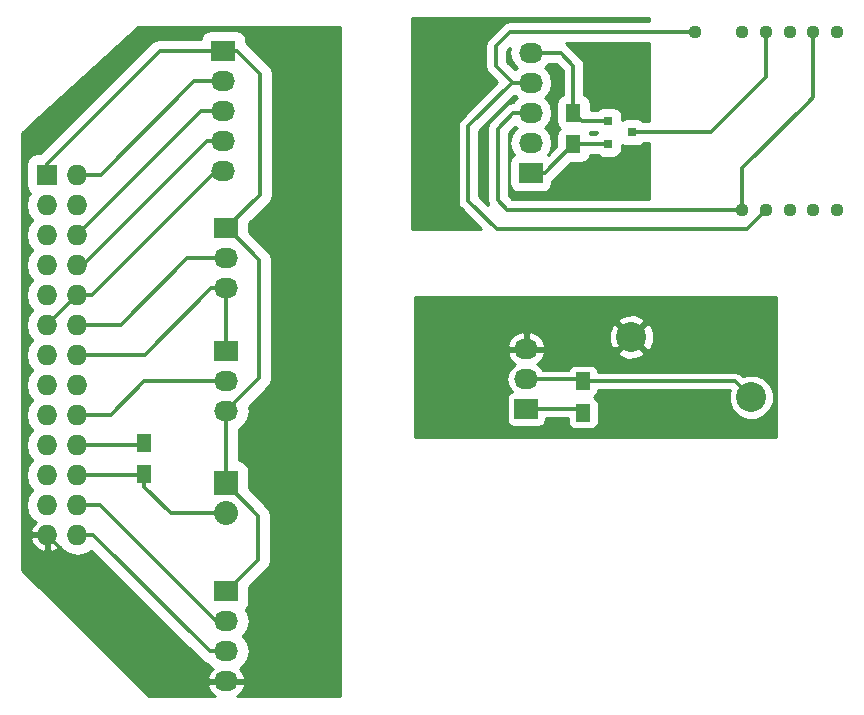
<source format=gbr>
G04 #@! TF.FileFunction,Copper,L1,Top,Signal*
%FSLAX46Y46*%
G04 Gerber Fmt 4.6, Leading zero omitted, Abs format (unit mm)*
G04 Created by KiCad (PCBNEW 4.0.2+dfsg1-stable) date Fri 11 Nov 2016 01:01:40 AM EST*
%MOMM*%
G01*
G04 APERTURE LIST*
%ADD10C,0.100000*%
%ADD11R,2.032000X1.727200*%
%ADD12O,2.032000X1.727200*%
%ADD13R,1.727200X1.727200*%
%ADD14O,1.727200X1.727200*%
%ADD15R,0.800100X0.800100*%
%ADD16R,1.300000X1.500000*%
%ADD17C,2.540000*%
%ADD18C,1.130000*%
%ADD19R,2.032000X2.032000*%
%ADD20O,2.032000X2.032000*%
%ADD21C,0.300000*%
%ADD22C,0.254000*%
G04 APERTURE END LIST*
D10*
D11*
X126809500Y-128841500D03*
D12*
X126809500Y-131381500D03*
X126809500Y-133921500D03*
X126809500Y-136461500D03*
D11*
X126809500Y-108521500D03*
D12*
X126809500Y-111061500D03*
X126809500Y-113601500D03*
D13*
X111671100Y-93573600D03*
D14*
X114211100Y-93573600D03*
X111671100Y-96113600D03*
X114211100Y-96113600D03*
X111671100Y-98653600D03*
X114211100Y-98653600D03*
X111671100Y-101193600D03*
X114211100Y-101193600D03*
X111671100Y-103733600D03*
X114211100Y-103733600D03*
X111671100Y-106273600D03*
X114211100Y-106273600D03*
X111671100Y-108813600D03*
X114211100Y-108813600D03*
X111671100Y-111353600D03*
X114211100Y-111353600D03*
X111671100Y-113893600D03*
X114211100Y-113893600D03*
X111671100Y-116433600D03*
X114211100Y-116433600D03*
X111671100Y-118973600D03*
X114211100Y-118973600D03*
X111671100Y-121513600D03*
X114211100Y-121513600D03*
X111671100Y-124053600D03*
X114211100Y-124053600D03*
D11*
X126555500Y-83121500D03*
D12*
X126555500Y-85661500D03*
X126555500Y-88201500D03*
X126555500Y-90741500D03*
X126555500Y-93281500D03*
D11*
X126809500Y-98107500D03*
D12*
X126809500Y-100647500D03*
X126809500Y-103187500D03*
D11*
X152590500Y-93408500D03*
D12*
X152590500Y-90868500D03*
X152590500Y-88328500D03*
X152590500Y-85788500D03*
X152590500Y-83248500D03*
D11*
X152209500Y-113411000D03*
D12*
X152209500Y-110871000D03*
X152209500Y-108331000D03*
D15*
X159146240Y-89029500D03*
X159146240Y-90929500D03*
X161145220Y-89979500D03*
D16*
X156210000Y-91012000D03*
X156210000Y-88312000D03*
X157035500Y-111045000D03*
X157035500Y-113745000D03*
D17*
X171259500Y-112395000D03*
X161099500Y-107315000D03*
D18*
X178514500Y-81518500D03*
X176514500Y-81518500D03*
X174514500Y-81518500D03*
X172514500Y-81518500D03*
X170514500Y-81518500D03*
X166514500Y-81518500D03*
X178514500Y-96518500D03*
X176514500Y-96518500D03*
X174514500Y-96518500D03*
X172514500Y-96518500D03*
X170514500Y-96518500D03*
D16*
X119888000Y-116252000D03*
X119888000Y-118952000D03*
D19*
X126809500Y-119697500D03*
D20*
X126809500Y-122237500D03*
D21*
X114211100Y-93573600D02*
X116166900Y-93573600D01*
X124079000Y-85661500D02*
X126555500Y-85661500D01*
X116166900Y-93573600D02*
X124079000Y-85661500D01*
X126809500Y-119697500D02*
X126809500Y-113601500D01*
X126809500Y-98107500D02*
X126936500Y-98107500D01*
X126936500Y-98107500D02*
X129603500Y-100774500D01*
X129603500Y-100774500D02*
X129603500Y-110807500D01*
X129603500Y-110807500D02*
X126809500Y-113601500D01*
X126809500Y-128841500D02*
X126873000Y-128841500D01*
X126873000Y-128841500D02*
X129540000Y-126174500D01*
X129540000Y-126174500D02*
X129540000Y-122428000D01*
X129540000Y-122428000D02*
X126809500Y-119697500D01*
X126555500Y-83121500D02*
X127762000Y-83121500D01*
X129667000Y-95250000D02*
X126809500Y-98107500D01*
X129667000Y-85026500D02*
X129667000Y-95250000D01*
X127762000Y-83121500D02*
X129667000Y-85026500D01*
X111671100Y-93573600D02*
X111671100Y-92671900D01*
X121221500Y-83121500D02*
X126555500Y-83121500D01*
X111671100Y-92671900D02*
X121221500Y-83121500D01*
X111671100Y-93573600D02*
X111671100Y-93052900D01*
X114211100Y-98653600D02*
X114211100Y-98640900D01*
X114211100Y-98640900D02*
X124650500Y-88201500D01*
X124650500Y-88201500D02*
X126555500Y-88201500D01*
X114211100Y-103733600D02*
X115468400Y-103733600D01*
X115468400Y-103733600D02*
X125920500Y-93281500D01*
X125920500Y-93281500D02*
X126555500Y-93281500D01*
X114211100Y-103733600D02*
X114960400Y-103733600D01*
X111671100Y-106273600D02*
X114211100Y-103733600D01*
X126809500Y-136461500D02*
X124079000Y-136461500D01*
X124079000Y-136461500D02*
X111671100Y-124053600D01*
X114211100Y-106273600D02*
X117881400Y-106273600D01*
X123507500Y-100647500D02*
X126809500Y-100647500D01*
X117881400Y-106273600D02*
X123507500Y-100647500D01*
X114211100Y-106273600D02*
X114655600Y-106273600D01*
X114211100Y-106273600D02*
X114401600Y-106273600D01*
X126809500Y-131381500D02*
X125984000Y-131381500D01*
X125984000Y-131381500D02*
X116116100Y-121513600D01*
X116116100Y-121513600D02*
X114211100Y-121513600D01*
X114211100Y-124053600D02*
X115544600Y-124053600D01*
X125412500Y-133921500D02*
X126809500Y-133921500D01*
X115544600Y-124053600D02*
X125412500Y-133921500D01*
X114211100Y-124053600D02*
X114211100Y-124117100D01*
X156210000Y-88312000D02*
X156210000Y-84328000D01*
X155130500Y-83248500D02*
X152590500Y-83248500D01*
X156210000Y-84328000D02*
X155130500Y-83248500D01*
X159146240Y-89029500D02*
X156927500Y-89029500D01*
X156927500Y-89029500D02*
X156210000Y-88312000D01*
X152590500Y-88328500D02*
X151130000Y-88328500D01*
X150620500Y-96518500D02*
X170514500Y-96518500D01*
X149796500Y-95694500D02*
X150620500Y-96518500D01*
X149796500Y-89662000D02*
X149796500Y-95694500D01*
X151130000Y-88328500D02*
X149796500Y-89662000D01*
X176514500Y-81518500D02*
X176514500Y-87010500D01*
X170514500Y-93010500D02*
X170514500Y-96518500D01*
X176514500Y-87010500D02*
X176149000Y-87376000D01*
X176149000Y-87376000D02*
X170514500Y-93010500D01*
X152590500Y-85788500D02*
X151066500Y-85788500D01*
X150828000Y-81518500D02*
X166514500Y-81518500D01*
X149669500Y-82677000D02*
X150828000Y-81518500D01*
X149669500Y-84391500D02*
X149669500Y-82677000D01*
X151066500Y-85788500D02*
X149669500Y-84391500D01*
X152590500Y-85788500D02*
X151003000Y-85788500D01*
X170862000Y-98171000D02*
X172514500Y-96518500D01*
X149733000Y-98171000D02*
X170862000Y-98171000D01*
X147320000Y-95758000D02*
X149733000Y-98171000D01*
X147320000Y-89471500D02*
X147320000Y-95758000D01*
X151003000Y-85788500D02*
X147320000Y-89471500D01*
X166497000Y-81536000D02*
X166514500Y-81518500D01*
X152209500Y-113411000D02*
X156701500Y-113411000D01*
X156701500Y-113411000D02*
X157035500Y-113745000D01*
X157035500Y-111045000D02*
X169909500Y-111045000D01*
X169909500Y-111045000D02*
X171259500Y-112395000D01*
X152209500Y-110871000D02*
X156861500Y-110871000D01*
X156861500Y-110871000D02*
X157035500Y-111045000D01*
X152209500Y-108331000D02*
X160083500Y-108331000D01*
X160083500Y-108331000D02*
X161099500Y-107315000D01*
X126809500Y-111061500D02*
X119888000Y-111061500D01*
X117055900Y-113893600D02*
X114211100Y-113893600D01*
X119888000Y-111061500D02*
X117055900Y-113893600D01*
X119888000Y-118952000D02*
X119888000Y-120015000D01*
X122110500Y-122237500D02*
X126809500Y-122237500D01*
X119888000Y-120015000D02*
X122110500Y-122237500D01*
X114211100Y-118973600D02*
X119866400Y-118973600D01*
X119866400Y-118973600D02*
X119888000Y-118952000D01*
X114486700Y-118698000D02*
X114211100Y-118973600D01*
X114211100Y-118973600D02*
X114401600Y-118973600D01*
X114211100Y-118973600D02*
X114211100Y-119037100D01*
X126809500Y-108521500D02*
X126809500Y-103187500D01*
X126809500Y-108521500D02*
X127444500Y-108521500D01*
X126809500Y-103187500D02*
X125539500Y-103187500D01*
X125539500Y-103187500D02*
X119913400Y-108813600D01*
X119913400Y-108813600D02*
X114211100Y-108813600D01*
X114211100Y-116433600D02*
X119706400Y-116433600D01*
X119706400Y-116433600D02*
X119888000Y-116252000D01*
X114211100Y-101193600D02*
X114706400Y-101193600D01*
X114706400Y-101193600D02*
X125158500Y-90741500D01*
X125158500Y-90741500D02*
X126555500Y-90741500D01*
X172514500Y-81518500D02*
X172514500Y-85295500D01*
X167830500Y-89979500D02*
X161145220Y-89979500D01*
X172514500Y-85295500D02*
X167830500Y-89979500D01*
X156210000Y-91012000D02*
X159063740Y-91012000D01*
X159063740Y-91012000D02*
X159146240Y-90929500D01*
X152590500Y-93408500D02*
X153813500Y-93408500D01*
X153813500Y-93408500D02*
X156210000Y-91012000D01*
D22*
G36*
X173343500Y-115749000D02*
X142759500Y-115749000D01*
X142759500Y-110871000D01*
X150526155Y-110871000D01*
X150640229Y-111444489D01*
X150965085Y-111930670D01*
X150979413Y-111940243D01*
X150958183Y-111944238D01*
X150742059Y-112083310D01*
X150597069Y-112295510D01*
X150546060Y-112547400D01*
X150546060Y-114274600D01*
X150590338Y-114509917D01*
X150729410Y-114726041D01*
X150941610Y-114871031D01*
X151193500Y-114922040D01*
X153225500Y-114922040D01*
X153460817Y-114877762D01*
X153676941Y-114738690D01*
X153821931Y-114526490D01*
X153872940Y-114274600D01*
X153872940Y-114196000D01*
X155738060Y-114196000D01*
X155738060Y-114495000D01*
X155782338Y-114730317D01*
X155921410Y-114946441D01*
X156133610Y-115091431D01*
X156385500Y-115142440D01*
X157685500Y-115142440D01*
X157920817Y-115098162D01*
X158136941Y-114959090D01*
X158281931Y-114746890D01*
X158332940Y-114495000D01*
X158332940Y-112995000D01*
X158288662Y-112759683D01*
X158149590Y-112543559D01*
X157937390Y-112398569D01*
X157924303Y-112395919D01*
X158136941Y-112259090D01*
X158281931Y-112046890D01*
X158325852Y-111830000D01*
X169431405Y-111830000D01*
X169354832Y-112014410D01*
X169354170Y-112772265D01*
X169643578Y-113472686D01*
X170178995Y-114009039D01*
X170878910Y-114299668D01*
X171636765Y-114300330D01*
X172337186Y-114010922D01*
X172873539Y-113475505D01*
X173164168Y-112775590D01*
X173164830Y-112017735D01*
X172875422Y-111317314D01*
X172340005Y-110780961D01*
X171640090Y-110490332D01*
X170882235Y-110489670D01*
X170586516Y-110611858D01*
X170464579Y-110489921D01*
X170209907Y-110319755D01*
X169909500Y-110260000D01*
X158326354Y-110260000D01*
X158288662Y-110059683D01*
X158149590Y-109843559D01*
X157937390Y-109698569D01*
X157685500Y-109647560D01*
X156385500Y-109647560D01*
X156150183Y-109691838D01*
X155934059Y-109830910D01*
X155789069Y-110043110D01*
X155780384Y-110086000D01*
X153637444Y-110086000D01*
X153453915Y-109811330D01*
X153144431Y-109604539D01*
X153560232Y-109233036D01*
X153814209Y-108705791D01*
X153816858Y-108690026D01*
X153802632Y-108662777D01*
X159931328Y-108662777D01*
X160063020Y-108957657D01*
X160770536Y-109229261D01*
X161528132Y-109209436D01*
X162135980Y-108957657D01*
X162267672Y-108662777D01*
X161099500Y-107494605D01*
X159931328Y-108662777D01*
X153802632Y-108662777D01*
X153695717Y-108458000D01*
X152336500Y-108458000D01*
X152336500Y-108478000D01*
X152082500Y-108478000D01*
X152082500Y-108458000D01*
X150723283Y-108458000D01*
X150602142Y-108690026D01*
X150604791Y-108705791D01*
X150858768Y-109233036D01*
X151274569Y-109604539D01*
X150965085Y-109811330D01*
X150640229Y-110297511D01*
X150526155Y-110871000D01*
X142759500Y-110871000D01*
X142759500Y-107971974D01*
X150602142Y-107971974D01*
X150723283Y-108204000D01*
X152082500Y-108204000D01*
X152082500Y-106990076D01*
X152336500Y-106990076D01*
X152336500Y-108204000D01*
X153695717Y-108204000D01*
X153816858Y-107971974D01*
X153814209Y-107956209D01*
X153560232Y-107428964D01*
X153123820Y-107039046D01*
X152972275Y-106986036D01*
X159185239Y-106986036D01*
X159205064Y-107743632D01*
X159456843Y-108351480D01*
X159751723Y-108483172D01*
X160919895Y-107315000D01*
X161279105Y-107315000D01*
X162447277Y-108483172D01*
X162742157Y-108351480D01*
X163013761Y-107643964D01*
X162993936Y-106886368D01*
X162742157Y-106278520D01*
X162447277Y-106146828D01*
X161279105Y-107315000D01*
X160919895Y-107315000D01*
X159751723Y-106146828D01*
X159456843Y-106278520D01*
X159185239Y-106986036D01*
X152972275Y-106986036D01*
X152571413Y-106845816D01*
X152336500Y-106990076D01*
X152082500Y-106990076D01*
X151847587Y-106845816D01*
X151295180Y-107039046D01*
X150858768Y-107428964D01*
X150604791Y-107956209D01*
X150602142Y-107971974D01*
X142759500Y-107971974D01*
X142759500Y-105967223D01*
X159931328Y-105967223D01*
X161099500Y-107135395D01*
X162267672Y-105967223D01*
X162135980Y-105672343D01*
X161428464Y-105400739D01*
X160670868Y-105420564D01*
X160063020Y-105672343D01*
X159931328Y-105967223D01*
X142759500Y-105967223D01*
X142759500Y-103961000D01*
X173343500Y-103961000D01*
X173343500Y-115749000D01*
X173343500Y-115749000D01*
G37*
X173343500Y-115749000D02*
X142759500Y-115749000D01*
X142759500Y-110871000D01*
X150526155Y-110871000D01*
X150640229Y-111444489D01*
X150965085Y-111930670D01*
X150979413Y-111940243D01*
X150958183Y-111944238D01*
X150742059Y-112083310D01*
X150597069Y-112295510D01*
X150546060Y-112547400D01*
X150546060Y-114274600D01*
X150590338Y-114509917D01*
X150729410Y-114726041D01*
X150941610Y-114871031D01*
X151193500Y-114922040D01*
X153225500Y-114922040D01*
X153460817Y-114877762D01*
X153676941Y-114738690D01*
X153821931Y-114526490D01*
X153872940Y-114274600D01*
X153872940Y-114196000D01*
X155738060Y-114196000D01*
X155738060Y-114495000D01*
X155782338Y-114730317D01*
X155921410Y-114946441D01*
X156133610Y-115091431D01*
X156385500Y-115142440D01*
X157685500Y-115142440D01*
X157920817Y-115098162D01*
X158136941Y-114959090D01*
X158281931Y-114746890D01*
X158332940Y-114495000D01*
X158332940Y-112995000D01*
X158288662Y-112759683D01*
X158149590Y-112543559D01*
X157937390Y-112398569D01*
X157924303Y-112395919D01*
X158136941Y-112259090D01*
X158281931Y-112046890D01*
X158325852Y-111830000D01*
X169431405Y-111830000D01*
X169354832Y-112014410D01*
X169354170Y-112772265D01*
X169643578Y-113472686D01*
X170178995Y-114009039D01*
X170878910Y-114299668D01*
X171636765Y-114300330D01*
X172337186Y-114010922D01*
X172873539Y-113475505D01*
X173164168Y-112775590D01*
X173164830Y-112017735D01*
X172875422Y-111317314D01*
X172340005Y-110780961D01*
X171640090Y-110490332D01*
X170882235Y-110489670D01*
X170586516Y-110611858D01*
X170464579Y-110489921D01*
X170209907Y-110319755D01*
X169909500Y-110260000D01*
X158326354Y-110260000D01*
X158288662Y-110059683D01*
X158149590Y-109843559D01*
X157937390Y-109698569D01*
X157685500Y-109647560D01*
X156385500Y-109647560D01*
X156150183Y-109691838D01*
X155934059Y-109830910D01*
X155789069Y-110043110D01*
X155780384Y-110086000D01*
X153637444Y-110086000D01*
X153453915Y-109811330D01*
X153144431Y-109604539D01*
X153560232Y-109233036D01*
X153814209Y-108705791D01*
X153816858Y-108690026D01*
X153802632Y-108662777D01*
X159931328Y-108662777D01*
X160063020Y-108957657D01*
X160770536Y-109229261D01*
X161528132Y-109209436D01*
X162135980Y-108957657D01*
X162267672Y-108662777D01*
X161099500Y-107494605D01*
X159931328Y-108662777D01*
X153802632Y-108662777D01*
X153695717Y-108458000D01*
X152336500Y-108458000D01*
X152336500Y-108478000D01*
X152082500Y-108478000D01*
X152082500Y-108458000D01*
X150723283Y-108458000D01*
X150602142Y-108690026D01*
X150604791Y-108705791D01*
X150858768Y-109233036D01*
X151274569Y-109604539D01*
X150965085Y-109811330D01*
X150640229Y-110297511D01*
X150526155Y-110871000D01*
X142759500Y-110871000D01*
X142759500Y-107971974D01*
X150602142Y-107971974D01*
X150723283Y-108204000D01*
X152082500Y-108204000D01*
X152082500Y-106990076D01*
X152336500Y-106990076D01*
X152336500Y-108204000D01*
X153695717Y-108204000D01*
X153816858Y-107971974D01*
X153814209Y-107956209D01*
X153560232Y-107428964D01*
X153123820Y-107039046D01*
X152972275Y-106986036D01*
X159185239Y-106986036D01*
X159205064Y-107743632D01*
X159456843Y-108351480D01*
X159751723Y-108483172D01*
X160919895Y-107315000D01*
X161279105Y-107315000D01*
X162447277Y-108483172D01*
X162742157Y-108351480D01*
X163013761Y-107643964D01*
X162993936Y-106886368D01*
X162742157Y-106278520D01*
X162447277Y-106146828D01*
X161279105Y-107315000D01*
X160919895Y-107315000D01*
X159751723Y-106146828D01*
X159456843Y-106278520D01*
X159185239Y-106986036D01*
X152972275Y-106986036D01*
X152571413Y-106845816D01*
X152336500Y-106990076D01*
X152082500Y-106990076D01*
X151847587Y-106845816D01*
X151295180Y-107039046D01*
X150858768Y-107428964D01*
X150604791Y-107956209D01*
X150602142Y-107971974D01*
X142759500Y-107971974D01*
X142759500Y-105967223D01*
X159931328Y-105967223D01*
X161099500Y-107135395D01*
X162267672Y-105967223D01*
X162135980Y-105672343D01*
X161428464Y-105400739D01*
X160670868Y-105420564D01*
X160063020Y-105672343D01*
X159931328Y-105967223D01*
X142759500Y-105967223D01*
X142759500Y-103961000D01*
X173343500Y-103961000D01*
X173343500Y-115749000D01*
G36*
X136475500Y-137745500D02*
X127732722Y-137745500D01*
X128160232Y-137363536D01*
X128414209Y-136836291D01*
X128416858Y-136820526D01*
X128295717Y-136588500D01*
X126936500Y-136588500D01*
X126936500Y-136608500D01*
X126682500Y-136608500D01*
X126682500Y-136588500D01*
X125323283Y-136588500D01*
X125202142Y-136820526D01*
X125204791Y-136836291D01*
X125458768Y-137363536D01*
X125886278Y-137745500D01*
X120239542Y-137745500D01*
X109579987Y-127085945D01*
X109523500Y-127024806D01*
X109523500Y-124412626D01*
X110216142Y-124412626D01*
X110388412Y-124828547D01*
X110782610Y-125260421D01*
X111312073Y-125508568D01*
X111544100Y-125388069D01*
X111544100Y-124180600D01*
X110337283Y-124180600D01*
X110216142Y-124412626D01*
X109523500Y-124412626D01*
X109523500Y-96113600D01*
X109845420Y-96113600D01*
X109981721Y-96798833D01*
X110369875Y-97379745D01*
X110375644Y-97383600D01*
X110369875Y-97387455D01*
X109981721Y-97968367D01*
X109845420Y-98653600D01*
X109981721Y-99338833D01*
X110369875Y-99919745D01*
X110375644Y-99923600D01*
X110369875Y-99927455D01*
X109981721Y-100508367D01*
X109845420Y-101193600D01*
X109981721Y-101878833D01*
X110369875Y-102459745D01*
X110375644Y-102463600D01*
X110369875Y-102467455D01*
X109981721Y-103048367D01*
X109845420Y-103733600D01*
X109981721Y-104418833D01*
X110369875Y-104999745D01*
X110375644Y-105003600D01*
X110369875Y-105007455D01*
X109981721Y-105588367D01*
X109845420Y-106273600D01*
X109981721Y-106958833D01*
X110369875Y-107539745D01*
X110375644Y-107543600D01*
X110369875Y-107547455D01*
X109981721Y-108128367D01*
X109845420Y-108813600D01*
X109981721Y-109498833D01*
X110369875Y-110079745D01*
X110375644Y-110083600D01*
X110369875Y-110087455D01*
X109981721Y-110668367D01*
X109845420Y-111353600D01*
X109981721Y-112038833D01*
X110369875Y-112619745D01*
X110375644Y-112623600D01*
X110369875Y-112627455D01*
X109981721Y-113208367D01*
X109845420Y-113893600D01*
X109981721Y-114578833D01*
X110369875Y-115159745D01*
X110375644Y-115163600D01*
X110369875Y-115167455D01*
X109981721Y-115748367D01*
X109845420Y-116433600D01*
X109981721Y-117118833D01*
X110369875Y-117699745D01*
X110375644Y-117703600D01*
X110369875Y-117707455D01*
X109981721Y-118288367D01*
X109845420Y-118973600D01*
X109981721Y-119658833D01*
X110369875Y-120239745D01*
X110375644Y-120243600D01*
X110369875Y-120247455D01*
X109981721Y-120828367D01*
X109845420Y-121513600D01*
X109981721Y-122198833D01*
X110369875Y-122779745D01*
X110664256Y-122976445D01*
X110388412Y-123278653D01*
X110216142Y-123694574D01*
X110337283Y-123926600D01*
X111544100Y-123926600D01*
X111544100Y-123906600D01*
X111798100Y-123906600D01*
X111798100Y-123926600D01*
X111818100Y-123926600D01*
X111818100Y-124180600D01*
X111798100Y-124180600D01*
X111798100Y-125388069D01*
X112030127Y-125508568D01*
X112559590Y-125260421D01*
X112738942Y-125063927D01*
X112909875Y-125319745D01*
X113490787Y-125707899D01*
X114176020Y-125844200D01*
X114246180Y-125844200D01*
X114931413Y-125707899D01*
X115377635Y-125409743D01*
X124650946Y-134683054D01*
X125000350Y-134916518D01*
X125197996Y-134955832D01*
X125352889Y-135187645D01*
X125651560Y-135387211D01*
X125458768Y-135559464D01*
X125204791Y-136086709D01*
X125202142Y-136102474D01*
X125323283Y-136334500D01*
X126682500Y-136334500D01*
X126682500Y-136314500D01*
X126936500Y-136314500D01*
X126936500Y-136334500D01*
X128295717Y-136334500D01*
X128416858Y-136102474D01*
X128414209Y-136086709D01*
X128160232Y-135559464D01*
X127967440Y-135387211D01*
X128266111Y-135187645D01*
X128654265Y-134606733D01*
X128790566Y-133921500D01*
X128654265Y-133236267D01*
X128266111Y-132655355D01*
X128260342Y-132651500D01*
X128266111Y-132647645D01*
X128654265Y-132066733D01*
X128790566Y-131381500D01*
X128654265Y-130696267D01*
X128456662Y-130400534D01*
X128484533Y-130382599D01*
X128696196Y-130072821D01*
X128770661Y-129705100D01*
X128770661Y-128466947D01*
X130301554Y-126936054D01*
X130535018Y-126586650D01*
X130617000Y-126174500D01*
X130617000Y-122428000D01*
X130535018Y-122015850D01*
X130301554Y-121666446D01*
X128770661Y-120135553D01*
X128770661Y-118681500D01*
X128706022Y-118337974D01*
X128502999Y-118022467D01*
X128193221Y-117810804D01*
X127886500Y-117748692D01*
X127886500Y-115121294D01*
X128266111Y-114867645D01*
X128654265Y-114286733D01*
X128790566Y-113601500D01*
X128714586Y-113219522D01*
X130365054Y-111569054D01*
X130598518Y-111219650D01*
X130680500Y-110807500D01*
X130680500Y-100774500D01*
X130598518Y-100362350D01*
X130365054Y-100012946D01*
X128770661Y-98418553D01*
X128770661Y-97669447D01*
X130428554Y-96011554D01*
X130662018Y-95662150D01*
X130744000Y-95250000D01*
X130744000Y-85026500D01*
X130662018Y-84614350D01*
X130428554Y-84264946D01*
X128523554Y-82359946D01*
X128516661Y-82355340D01*
X128516661Y-82257900D01*
X128452022Y-81914374D01*
X128248999Y-81598867D01*
X127939221Y-81387204D01*
X127571500Y-81312739D01*
X125539500Y-81312739D01*
X125195974Y-81377378D01*
X124880467Y-81580401D01*
X124668804Y-81890179D01*
X124637553Y-82044500D01*
X121221500Y-82044500D01*
X120809350Y-82126482D01*
X120459946Y-82359946D01*
X111055053Y-91764839D01*
X110807500Y-91764839D01*
X110463974Y-91829478D01*
X110148467Y-92032501D01*
X109936804Y-92342279D01*
X109862339Y-92710000D01*
X109862339Y-94437200D01*
X109926978Y-94780726D01*
X110130001Y-95096233D01*
X110180563Y-95130780D01*
X109981721Y-95428367D01*
X109845420Y-96113600D01*
X109523500Y-96113600D01*
X109523500Y-90077042D01*
X110858662Y-88741880D01*
X119321549Y-81075500D01*
X136475500Y-81075500D01*
X136475500Y-137745500D01*
X136475500Y-137745500D01*
G37*
X136475500Y-137745500D02*
X127732722Y-137745500D01*
X128160232Y-137363536D01*
X128414209Y-136836291D01*
X128416858Y-136820526D01*
X128295717Y-136588500D01*
X126936500Y-136588500D01*
X126936500Y-136608500D01*
X126682500Y-136608500D01*
X126682500Y-136588500D01*
X125323283Y-136588500D01*
X125202142Y-136820526D01*
X125204791Y-136836291D01*
X125458768Y-137363536D01*
X125886278Y-137745500D01*
X120239542Y-137745500D01*
X109579987Y-127085945D01*
X109523500Y-127024806D01*
X109523500Y-124412626D01*
X110216142Y-124412626D01*
X110388412Y-124828547D01*
X110782610Y-125260421D01*
X111312073Y-125508568D01*
X111544100Y-125388069D01*
X111544100Y-124180600D01*
X110337283Y-124180600D01*
X110216142Y-124412626D01*
X109523500Y-124412626D01*
X109523500Y-96113600D01*
X109845420Y-96113600D01*
X109981721Y-96798833D01*
X110369875Y-97379745D01*
X110375644Y-97383600D01*
X110369875Y-97387455D01*
X109981721Y-97968367D01*
X109845420Y-98653600D01*
X109981721Y-99338833D01*
X110369875Y-99919745D01*
X110375644Y-99923600D01*
X110369875Y-99927455D01*
X109981721Y-100508367D01*
X109845420Y-101193600D01*
X109981721Y-101878833D01*
X110369875Y-102459745D01*
X110375644Y-102463600D01*
X110369875Y-102467455D01*
X109981721Y-103048367D01*
X109845420Y-103733600D01*
X109981721Y-104418833D01*
X110369875Y-104999745D01*
X110375644Y-105003600D01*
X110369875Y-105007455D01*
X109981721Y-105588367D01*
X109845420Y-106273600D01*
X109981721Y-106958833D01*
X110369875Y-107539745D01*
X110375644Y-107543600D01*
X110369875Y-107547455D01*
X109981721Y-108128367D01*
X109845420Y-108813600D01*
X109981721Y-109498833D01*
X110369875Y-110079745D01*
X110375644Y-110083600D01*
X110369875Y-110087455D01*
X109981721Y-110668367D01*
X109845420Y-111353600D01*
X109981721Y-112038833D01*
X110369875Y-112619745D01*
X110375644Y-112623600D01*
X110369875Y-112627455D01*
X109981721Y-113208367D01*
X109845420Y-113893600D01*
X109981721Y-114578833D01*
X110369875Y-115159745D01*
X110375644Y-115163600D01*
X110369875Y-115167455D01*
X109981721Y-115748367D01*
X109845420Y-116433600D01*
X109981721Y-117118833D01*
X110369875Y-117699745D01*
X110375644Y-117703600D01*
X110369875Y-117707455D01*
X109981721Y-118288367D01*
X109845420Y-118973600D01*
X109981721Y-119658833D01*
X110369875Y-120239745D01*
X110375644Y-120243600D01*
X110369875Y-120247455D01*
X109981721Y-120828367D01*
X109845420Y-121513600D01*
X109981721Y-122198833D01*
X110369875Y-122779745D01*
X110664256Y-122976445D01*
X110388412Y-123278653D01*
X110216142Y-123694574D01*
X110337283Y-123926600D01*
X111544100Y-123926600D01*
X111544100Y-123906600D01*
X111798100Y-123906600D01*
X111798100Y-123926600D01*
X111818100Y-123926600D01*
X111818100Y-124180600D01*
X111798100Y-124180600D01*
X111798100Y-125388069D01*
X112030127Y-125508568D01*
X112559590Y-125260421D01*
X112738942Y-125063927D01*
X112909875Y-125319745D01*
X113490787Y-125707899D01*
X114176020Y-125844200D01*
X114246180Y-125844200D01*
X114931413Y-125707899D01*
X115377635Y-125409743D01*
X124650946Y-134683054D01*
X125000350Y-134916518D01*
X125197996Y-134955832D01*
X125352889Y-135187645D01*
X125651560Y-135387211D01*
X125458768Y-135559464D01*
X125204791Y-136086709D01*
X125202142Y-136102474D01*
X125323283Y-136334500D01*
X126682500Y-136334500D01*
X126682500Y-136314500D01*
X126936500Y-136314500D01*
X126936500Y-136334500D01*
X128295717Y-136334500D01*
X128416858Y-136102474D01*
X128414209Y-136086709D01*
X128160232Y-135559464D01*
X127967440Y-135387211D01*
X128266111Y-135187645D01*
X128654265Y-134606733D01*
X128790566Y-133921500D01*
X128654265Y-133236267D01*
X128266111Y-132655355D01*
X128260342Y-132651500D01*
X128266111Y-132647645D01*
X128654265Y-132066733D01*
X128790566Y-131381500D01*
X128654265Y-130696267D01*
X128456662Y-130400534D01*
X128484533Y-130382599D01*
X128696196Y-130072821D01*
X128770661Y-129705100D01*
X128770661Y-128466947D01*
X130301554Y-126936054D01*
X130535018Y-126586650D01*
X130617000Y-126174500D01*
X130617000Y-122428000D01*
X130535018Y-122015850D01*
X130301554Y-121666446D01*
X128770661Y-120135553D01*
X128770661Y-118681500D01*
X128706022Y-118337974D01*
X128502999Y-118022467D01*
X128193221Y-117810804D01*
X127886500Y-117748692D01*
X127886500Y-115121294D01*
X128266111Y-114867645D01*
X128654265Y-114286733D01*
X128790566Y-113601500D01*
X128714586Y-113219522D01*
X130365054Y-111569054D01*
X130598518Y-111219650D01*
X130680500Y-110807500D01*
X130680500Y-100774500D01*
X130598518Y-100362350D01*
X130365054Y-100012946D01*
X128770661Y-98418553D01*
X128770661Y-97669447D01*
X130428554Y-96011554D01*
X130662018Y-95662150D01*
X130744000Y-95250000D01*
X130744000Y-85026500D01*
X130662018Y-84614350D01*
X130428554Y-84264946D01*
X128523554Y-82359946D01*
X128516661Y-82355340D01*
X128516661Y-82257900D01*
X128452022Y-81914374D01*
X128248999Y-81598867D01*
X127939221Y-81387204D01*
X127571500Y-81312739D01*
X125539500Y-81312739D01*
X125195974Y-81377378D01*
X124880467Y-81580401D01*
X124668804Y-81890179D01*
X124637553Y-82044500D01*
X121221500Y-82044500D01*
X120809350Y-82126482D01*
X120459946Y-82359946D01*
X111055053Y-91764839D01*
X110807500Y-91764839D01*
X110463974Y-91829478D01*
X110148467Y-92032501D01*
X109936804Y-92342279D01*
X109862339Y-92710000D01*
X109862339Y-94437200D01*
X109926978Y-94780726D01*
X110130001Y-95096233D01*
X110180563Y-95130780D01*
X109981721Y-95428367D01*
X109845420Y-96113600D01*
X109523500Y-96113600D01*
X109523500Y-90077042D01*
X110858662Y-88741880D01*
X119321549Y-81075500D01*
X136475500Y-81075500D01*
X136475500Y-137745500D01*
G36*
X162623500Y-80591500D02*
X150828000Y-80591500D01*
X150473252Y-80662064D01*
X150176054Y-80860645D01*
X150172512Y-80863012D01*
X149014012Y-82021512D01*
X148813064Y-82322252D01*
X148742500Y-82677000D01*
X148742500Y-84391500D01*
X148813064Y-84746248D01*
X148971583Y-84983488D01*
X149014012Y-85046988D01*
X149723774Y-85756750D01*
X146664512Y-88816012D01*
X146463564Y-89116752D01*
X146393000Y-89471500D01*
X146393000Y-95758000D01*
X146463564Y-96112748D01*
X146622083Y-96349988D01*
X146664512Y-96413488D01*
X148395524Y-98144500D01*
X142557500Y-98144500D01*
X142557500Y-80290500D01*
X162623500Y-80290500D01*
X162623500Y-80591500D01*
X162623500Y-80591500D01*
G37*
X162623500Y-80591500D02*
X150828000Y-80591500D01*
X150473252Y-80662064D01*
X150176054Y-80860645D01*
X150172512Y-80863012D01*
X149014012Y-82021512D01*
X148813064Y-82322252D01*
X148742500Y-82677000D01*
X148742500Y-84391500D01*
X148813064Y-84746248D01*
X148971583Y-84983488D01*
X149014012Y-85046988D01*
X149723774Y-85756750D01*
X146664512Y-88816012D01*
X146463564Y-89116752D01*
X146393000Y-89471500D01*
X146393000Y-95758000D01*
X146463564Y-96112748D01*
X146622083Y-96349988D01*
X146664512Y-96413488D01*
X148395524Y-98144500D01*
X142557500Y-98144500D01*
X142557500Y-80290500D01*
X162623500Y-80290500D01*
X162623500Y-80591500D01*
G36*
X151242894Y-86948579D02*
X151407402Y-87058500D01*
X151242894Y-87168421D01*
X151080588Y-87411329D01*
X150775253Y-87472063D01*
X150474512Y-87673012D01*
X149141012Y-89006512D01*
X148940064Y-89307252D01*
X148869500Y-89662000D01*
X148869500Y-95694500D01*
X148940064Y-96049248D01*
X148975988Y-96103012D01*
X148247000Y-95374024D01*
X148247000Y-89855476D01*
X151207247Y-86895229D01*
X151242894Y-86948579D01*
X151242894Y-86948579D01*
G37*
X151242894Y-86948579D02*
X151407402Y-87058500D01*
X151242894Y-87168421D01*
X151080588Y-87411329D01*
X150775253Y-87472063D01*
X150474512Y-87673012D01*
X149141012Y-89006512D01*
X148940064Y-89307252D01*
X148869500Y-89662000D01*
X148869500Y-95694500D01*
X148940064Y-96049248D01*
X148975988Y-96103012D01*
X148247000Y-95374024D01*
X148247000Y-89855476D01*
X151207247Y-86895229D01*
X151242894Y-86948579D01*
G36*
X151407402Y-89598500D02*
X151242894Y-89708421D01*
X150887256Y-90240670D01*
X150762373Y-90868500D01*
X150887256Y-91496330D01*
X151152420Y-91893175D01*
X151022107Y-91977029D01*
X150844694Y-92236681D01*
X150782278Y-92544900D01*
X150782278Y-94272100D01*
X150836457Y-94560039D01*
X151006629Y-94824493D01*
X151266281Y-95001906D01*
X151574500Y-95064322D01*
X153606500Y-95064322D01*
X153894439Y-95010143D01*
X154158893Y-94839971D01*
X154336306Y-94580319D01*
X154398722Y-94272100D01*
X154398722Y-94110938D01*
X154468988Y-94063988D01*
X155978754Y-92554222D01*
X156860000Y-92554222D01*
X157147939Y-92500043D01*
X157412393Y-92329871D01*
X157589806Y-92070219D01*
X157616379Y-91939000D01*
X158261825Y-91939000D01*
X158437971Y-92059356D01*
X158746190Y-92121772D01*
X159546290Y-92121772D01*
X159834229Y-92067593D01*
X160098683Y-91897421D01*
X160276096Y-91637769D01*
X160338512Y-91329550D01*
X160338512Y-91042095D01*
X160436951Y-91109356D01*
X160745170Y-91171772D01*
X161545270Y-91171772D01*
X161833209Y-91117593D01*
X162097663Y-90947421D01*
X162125623Y-90906500D01*
X162623500Y-90906500D01*
X162623500Y-95591500D01*
X151004476Y-95591500D01*
X150723500Y-95310524D01*
X150723500Y-90045976D01*
X151265675Y-89503801D01*
X151407402Y-89598500D01*
X151407402Y-89598500D01*
G37*
X151407402Y-89598500D02*
X151242894Y-89708421D01*
X150887256Y-90240670D01*
X150762373Y-90868500D01*
X150887256Y-91496330D01*
X151152420Y-91893175D01*
X151022107Y-91977029D01*
X150844694Y-92236681D01*
X150782278Y-92544900D01*
X150782278Y-94272100D01*
X150836457Y-94560039D01*
X151006629Y-94824493D01*
X151266281Y-95001906D01*
X151574500Y-95064322D01*
X153606500Y-95064322D01*
X153894439Y-95010143D01*
X154158893Y-94839971D01*
X154336306Y-94580319D01*
X154398722Y-94272100D01*
X154398722Y-94110938D01*
X154468988Y-94063988D01*
X155978754Y-92554222D01*
X156860000Y-92554222D01*
X157147939Y-92500043D01*
X157412393Y-92329871D01*
X157589806Y-92070219D01*
X157616379Y-91939000D01*
X158261825Y-91939000D01*
X158437971Y-92059356D01*
X158746190Y-92121772D01*
X159546290Y-92121772D01*
X159834229Y-92067593D01*
X160098683Y-91897421D01*
X160276096Y-91637769D01*
X160338512Y-91329550D01*
X160338512Y-91042095D01*
X160436951Y-91109356D01*
X160745170Y-91171772D01*
X161545270Y-91171772D01*
X161833209Y-91117593D01*
X162097663Y-90947421D01*
X162125623Y-90906500D01*
X162623500Y-90906500D01*
X162623500Y-95591500D01*
X151004476Y-95591500D01*
X150723500Y-95310524D01*
X150723500Y-90045976D01*
X151265675Y-89503801D01*
X151407402Y-89598500D01*
G36*
X155283000Y-84711976D02*
X155283000Y-86821899D01*
X155272061Y-86823957D01*
X155007607Y-86994129D01*
X154830194Y-87253781D01*
X154767778Y-87562000D01*
X154767778Y-89062000D01*
X154821957Y-89349939D01*
X154992129Y-89614393D01*
X155059734Y-89660586D01*
X155007607Y-89694129D01*
X154830194Y-89953781D01*
X154767778Y-90262000D01*
X154767778Y-91143246D01*
X154050189Y-91860835D01*
X154293744Y-91496330D01*
X154418627Y-90868500D01*
X154293744Y-90240670D01*
X153938106Y-89708421D01*
X153773598Y-89598500D01*
X153938106Y-89488579D01*
X154293744Y-88956330D01*
X154418627Y-88328500D01*
X154293744Y-87700670D01*
X153938106Y-87168421D01*
X153773598Y-87058500D01*
X153938106Y-86948579D01*
X154293744Y-86416330D01*
X154418627Y-85788500D01*
X154293744Y-85160670D01*
X153938106Y-84628421D01*
X153773598Y-84518500D01*
X153938106Y-84408579D01*
X154093845Y-84175500D01*
X154746524Y-84175500D01*
X155283000Y-84711976D01*
X155283000Y-84711976D01*
G37*
X155283000Y-84711976D02*
X155283000Y-86821899D01*
X155272061Y-86823957D01*
X155007607Y-86994129D01*
X154830194Y-87253781D01*
X154767778Y-87562000D01*
X154767778Y-89062000D01*
X154821957Y-89349939D01*
X154992129Y-89614393D01*
X155059734Y-89660586D01*
X155007607Y-89694129D01*
X154830194Y-89953781D01*
X154767778Y-90262000D01*
X154767778Y-91143246D01*
X154050189Y-91860835D01*
X154293744Y-91496330D01*
X154418627Y-90868500D01*
X154293744Y-90240670D01*
X153938106Y-89708421D01*
X153773598Y-89598500D01*
X153938106Y-89488579D01*
X154293744Y-88956330D01*
X154418627Y-88328500D01*
X154293744Y-87700670D01*
X153938106Y-87168421D01*
X153773598Y-87058500D01*
X153938106Y-86948579D01*
X154293744Y-86416330D01*
X154418627Y-85788500D01*
X154293744Y-85160670D01*
X153938106Y-84628421D01*
X153773598Y-84518500D01*
X153938106Y-84408579D01*
X154093845Y-84175500D01*
X154746524Y-84175500D01*
X155283000Y-84711976D01*
G36*
X158178319Y-89981943D02*
X158179385Y-89982671D01*
X158109467Y-90085000D01*
X157618917Y-90085000D01*
X157598043Y-89974061D01*
X157586743Y-89956500D01*
X158161947Y-89956500D01*
X158178319Y-89981943D01*
X158178319Y-89981943D01*
G37*
X158178319Y-89981943D02*
X158179385Y-89982671D01*
X158109467Y-90085000D01*
X157618917Y-90085000D01*
X157598043Y-89974061D01*
X157586743Y-89956500D01*
X158161947Y-89956500D01*
X158178319Y-89981943D01*
G36*
X162623500Y-89052500D02*
X162129513Y-89052500D01*
X162113141Y-89027057D01*
X161853489Y-88849644D01*
X161545270Y-88787228D01*
X160745170Y-88787228D01*
X160457231Y-88841407D01*
X160338512Y-88917801D01*
X160338512Y-88629450D01*
X160284333Y-88341511D01*
X160114161Y-88077057D01*
X159854509Y-87899644D01*
X159546290Y-87837228D01*
X158746190Y-87837228D01*
X158458251Y-87891407D01*
X158193797Y-88061579D01*
X158165837Y-88102500D01*
X157652222Y-88102500D01*
X157652222Y-87562000D01*
X157598043Y-87274061D01*
X157427871Y-87009607D01*
X157168219Y-86832194D01*
X157137000Y-86825872D01*
X157137000Y-84328000D01*
X157092630Y-84104936D01*
X157066437Y-83973253D01*
X156865488Y-83672512D01*
X155785988Y-82593012D01*
X155565221Y-82445500D01*
X162623500Y-82445500D01*
X162623500Y-89052500D01*
X162623500Y-89052500D01*
G37*
X162623500Y-89052500D02*
X162129513Y-89052500D01*
X162113141Y-89027057D01*
X161853489Y-88849644D01*
X161545270Y-88787228D01*
X160745170Y-88787228D01*
X160457231Y-88841407D01*
X160338512Y-88917801D01*
X160338512Y-88629450D01*
X160284333Y-88341511D01*
X160114161Y-88077057D01*
X159854509Y-87899644D01*
X159546290Y-87837228D01*
X158746190Y-87837228D01*
X158458251Y-87891407D01*
X158193797Y-88061579D01*
X158165837Y-88102500D01*
X157652222Y-88102500D01*
X157652222Y-87562000D01*
X157598043Y-87274061D01*
X157427871Y-87009607D01*
X157168219Y-86832194D01*
X157137000Y-86825872D01*
X157137000Y-84328000D01*
X157092630Y-84104936D01*
X157066437Y-83973253D01*
X156865488Y-83672512D01*
X155785988Y-82593012D01*
X155565221Y-82445500D01*
X162623500Y-82445500D01*
X162623500Y-89052500D01*
G36*
X150762373Y-83248500D02*
X150887256Y-83876330D01*
X151242894Y-84408579D01*
X151407402Y-84518500D01*
X151242894Y-84628421D01*
X151232681Y-84643705D01*
X150596500Y-84007524D01*
X150596500Y-83060976D01*
X150850122Y-82807354D01*
X150762373Y-83248500D01*
X150762373Y-83248500D01*
G37*
X150762373Y-83248500D02*
X150887256Y-83876330D01*
X151242894Y-84408579D01*
X151407402Y-84518500D01*
X151242894Y-84628421D01*
X151232681Y-84643705D01*
X150596500Y-84007524D01*
X150596500Y-83060976D01*
X150850122Y-82807354D01*
X150762373Y-83248500D01*
M02*

</source>
